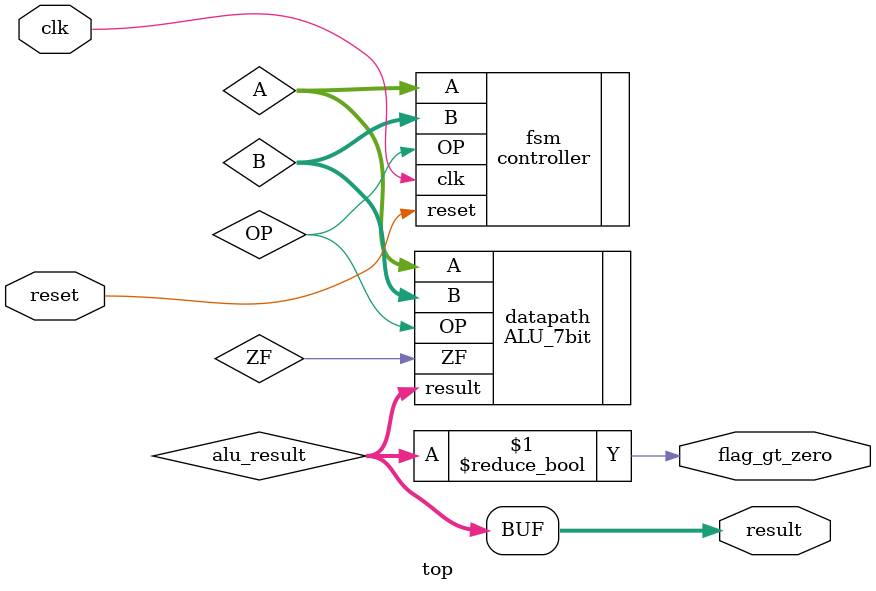
<source format=v>
module top (
    input wire clk, reset,
    output wire [6:0] result,
    output wire flag_gt_zero
);
    wire [6:0] A, B;
    wire OP;
    wire [6:0] alu_result;
    wire ZF;
    
    controller fsm (
        .clk(clk),
        .reset(reset),
        .A(A),
        .B(B),
        .OP(OP)
    );
    
    ALU_7bit datapath (
        .A(A),
        .B(B),
        .OP(OP),
        .result(alu_result),
        .ZF(ZF)
    );
    
    assign result = alu_result;
    assign flag_gt_zero = (alu_result != 7'b0); // Direct comparison
endmodule
</source>
